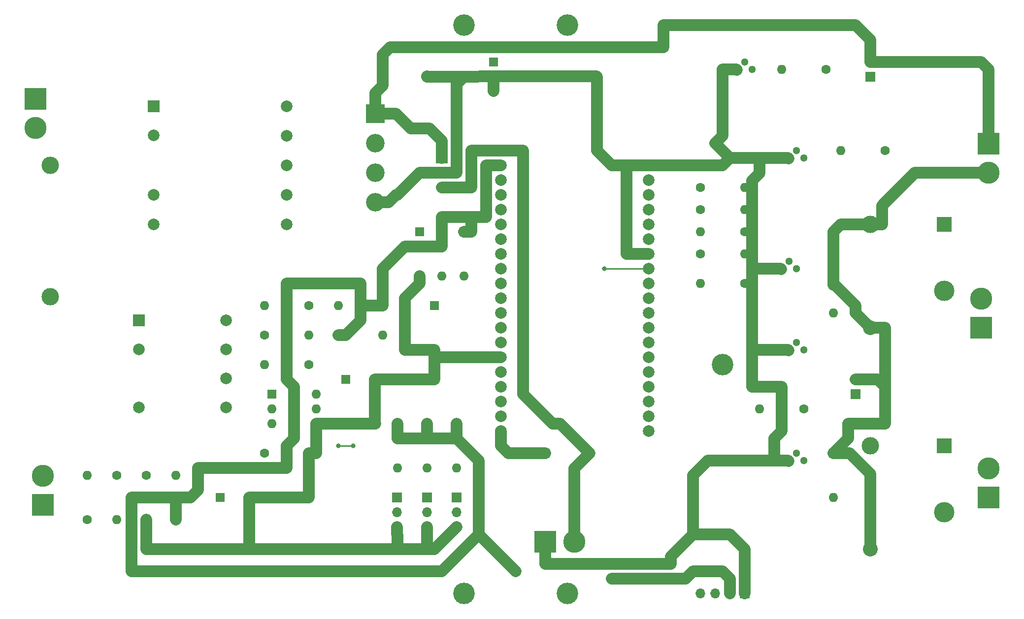
<source format=gbr>
G04 #@! TF.GenerationSoftware,KiCad,Pcbnew,(5.1.5)-3*
G04 #@! TF.CreationDate,2020-12-14T09:35:08+01:00*
G04 #@! TF.ProjectId,implantation finale,696d706c-616e-4746-9174-696f6e206669,rev?*
G04 #@! TF.SameCoordinates,Original*
G04 #@! TF.FileFunction,Copper,L2,Bot*
G04 #@! TF.FilePolarity,Positive*
%FSLAX46Y46*%
G04 Gerber Fmt 4.6, Leading zero omitted, Abs format (unit mm)*
G04 Created by KiCad (PCBNEW (5.1.5)-3) date 2020-12-14 09:35:08*
%MOMM*%
%LPD*%
G04 APERTURE LIST*
%ADD10O,1.700000X1.700000*%
%ADD11R,1.700000X1.700000*%
%ADD12C,2.000000*%
%ADD13C,3.500000*%
%ADD14C,3.000000*%
%ADD15R,2.540000X2.540000*%
%ADD16C,2.540000*%
%ADD17R,1.300000X1.300000*%
%ADD18C,1.300000*%
%ADD19C,3.800000*%
%ADD20R,3.800000X3.800000*%
%ADD21R,2.000000X2.000000*%
%ADD22O,1.600000X1.600000*%
%ADD23R,1.600000X1.600000*%
%ADD24C,1.600000*%
%ADD25C,1.800000*%
%ADD26R,1.800000X1.800000*%
%ADD27O,2.000000X1.905000*%
%ADD28R,2.000000X1.905000*%
%ADD29R,3.200000X3.200000*%
%ADD30C,3.200000*%
%ADD31C,3.700000*%
%ADD32C,0.800000*%
%ADD33C,2.000000*%
%ADD34C,0.250000*%
G04 APERTURE END LIST*
D10*
X151130000Y-151130000D03*
X153670000Y-151130000D03*
X156210000Y-151130000D03*
D11*
X158750000Y-151130000D03*
D12*
X142240000Y-77470000D03*
X142240000Y-80010000D03*
X142240000Y-82550000D03*
X142240000Y-85090000D03*
X142240000Y-87630000D03*
X142240000Y-90170000D03*
X142240000Y-92710000D03*
X142240000Y-95250000D03*
X142240000Y-97790000D03*
X142240000Y-100330000D03*
X142240000Y-102870000D03*
X142240000Y-105410000D03*
X142240000Y-107950000D03*
X142240000Y-110490000D03*
X116840000Y-113030000D03*
X116840000Y-115570000D03*
X116840000Y-118110000D03*
X116840000Y-120650000D03*
X116840000Y-123190000D03*
X142240000Y-123190000D03*
X142240000Y-120650000D03*
X142240000Y-118110000D03*
X142240000Y-115570000D03*
X142240000Y-113030000D03*
X116840000Y-110490000D03*
X116840000Y-107950000D03*
X116840000Y-105410000D03*
X116840000Y-102870000D03*
X116840000Y-100330000D03*
X116840000Y-97790000D03*
X116840000Y-95250000D03*
X116840000Y-92710000D03*
X116840000Y-90170000D03*
X116840000Y-87630000D03*
X116840000Y-85090000D03*
X116840000Y-82550000D03*
X116840000Y-80010000D03*
X116840000Y-77470000D03*
D13*
X193040000Y-137160000D03*
D14*
X180340000Y-125730000D03*
D15*
X193040000Y-125730000D03*
D16*
X180340000Y-143510000D03*
D13*
X193040000Y-99060000D03*
D14*
X180340000Y-87630000D03*
D15*
X193040000Y-87630000D03*
D16*
X180340000Y-105410000D03*
D17*
X166370000Y-76200000D03*
D18*
X168910000Y-76200000D03*
X167640000Y-74930000D03*
D17*
X166370000Y-128270000D03*
D18*
X168910000Y-128270000D03*
X167640000Y-127000000D03*
D17*
X165100000Y-95250000D03*
D18*
X167640000Y-95250000D03*
X166370000Y-93980000D03*
D17*
X166370000Y-109220000D03*
D18*
X168910000Y-109220000D03*
X167640000Y-107950000D03*
D17*
X157480000Y-60960000D03*
D18*
X160020000Y-60960000D03*
X158750000Y-59690000D03*
D19*
X129460000Y-142240000D03*
D20*
X124460000Y-142240000D03*
D12*
X80010000Y-67310000D03*
X80010000Y-72390000D03*
X80010000Y-77470000D03*
X80010000Y-82550000D03*
X80010000Y-87630000D03*
X57150000Y-87630000D03*
X57150000Y-82550000D03*
X57150000Y-72310000D03*
D21*
X57150000Y-67310000D03*
D22*
X132080000Y-127000000D03*
D23*
X124460000Y-127000000D03*
D22*
X175260000Y-74930000D03*
D24*
X182880000Y-74930000D03*
D10*
X104140000Y-139700000D03*
X104140000Y-137160000D03*
D11*
X104140000Y-134620000D03*
D10*
X109220000Y-139700000D03*
X109220000Y-137160000D03*
D11*
X109220000Y-134620000D03*
D10*
X98955001Y-139700000D03*
X98955001Y-137160000D03*
D11*
X98955001Y-134620000D03*
D22*
X104140000Y-129540000D03*
D24*
X104140000Y-121920000D03*
D22*
X109220000Y-129540000D03*
D24*
X109220000Y-121920000D03*
D22*
X99060000Y-129540000D03*
D24*
X99060000Y-121920000D03*
D25*
X177800000Y-114300000D03*
D26*
X177800000Y-116840000D03*
D25*
X180340000Y-59690000D03*
D26*
X180340000Y-62230000D03*
D22*
X151130000Y-97790000D03*
D24*
X158750000Y-97790000D03*
D19*
X200660000Y-129620000D03*
D20*
X200660000Y-134620000D03*
D22*
X173990000Y-134620000D03*
D23*
X173990000Y-127000000D03*
D22*
X151130000Y-88900000D03*
D24*
X158750000Y-88900000D03*
D22*
X158750000Y-85090000D03*
D24*
X151130000Y-85090000D03*
D22*
X161290000Y-119380000D03*
D24*
X168910000Y-119380000D03*
D22*
X158750000Y-92710000D03*
D24*
X151130000Y-92710000D03*
D22*
X165100000Y-60960000D03*
D24*
X172720000Y-60960000D03*
D22*
X158750000Y-81280000D03*
D24*
X151130000Y-81280000D03*
D19*
X199390000Y-100410000D03*
D20*
X199390000Y-105410000D03*
D19*
X200660000Y-78740000D03*
D20*
X200660000Y-73740000D03*
D22*
X173990000Y-102870000D03*
D23*
X173990000Y-95250000D03*
D24*
X104140000Y-62150000D03*
D23*
X104140000Y-57150000D03*
D24*
X73580000Y-134620000D03*
D23*
X68580000Y-134620000D03*
D24*
X95170000Y-114300000D03*
D23*
X90170000Y-114300000D03*
D24*
X115570000Y-64690000D03*
D23*
X115570000Y-59690000D03*
D22*
X50800000Y-138430000D03*
D24*
X50800000Y-130810000D03*
D22*
X102870000Y-96520000D03*
D23*
X102870000Y-88900000D03*
D22*
X105410000Y-109220000D03*
D23*
X105410000Y-101600000D03*
D22*
X110490000Y-96520000D03*
D23*
X110490000Y-88900000D03*
D22*
X106680000Y-96520000D03*
D23*
X106680000Y-88900000D03*
D27*
X106680000Y-81280000D03*
X106680000Y-78740000D03*
D28*
X106680000Y-76200000D03*
D22*
X85090000Y-116840000D03*
X77470000Y-121920000D03*
X85090000Y-119380000D03*
X77470000Y-119380000D03*
X85090000Y-121920000D03*
D23*
X77470000Y-116840000D03*
D12*
X69610000Y-104140000D03*
X69610000Y-109140000D03*
X69610000Y-114140000D03*
X69610000Y-119140000D03*
X54610000Y-119140000D03*
X54610000Y-109140000D03*
D21*
X54610000Y-104140000D03*
D22*
X45720000Y-130810000D03*
D24*
X45720000Y-138430000D03*
D22*
X76200000Y-111760000D03*
D24*
X83820000Y-111760000D03*
D22*
X83820000Y-106680000D03*
D24*
X76200000Y-106680000D03*
D22*
X55880000Y-138430000D03*
D24*
X55880000Y-130810000D03*
D22*
X60960000Y-130810000D03*
D24*
X60960000Y-138430000D03*
D22*
X83820000Y-127000000D03*
D24*
X76200000Y-127000000D03*
D22*
X96520000Y-106680000D03*
D24*
X88900000Y-106680000D03*
D22*
X88900000Y-101600000D03*
D24*
X96520000Y-101600000D03*
D22*
X76200000Y-101600000D03*
D24*
X83820000Y-101600000D03*
D19*
X38100000Y-130890000D03*
D20*
X38100000Y-135890000D03*
D19*
X36830000Y-71040000D03*
D20*
X36830000Y-66040000D03*
D14*
X39370000Y-100070000D03*
X39370000Y-77470000D03*
D29*
X95250000Y-68580000D03*
D30*
X95250000Y-73660000D03*
X95250000Y-78740000D03*
X95250000Y-83820000D03*
D31*
X110490000Y-53340000D03*
X128270000Y-53340000D03*
X110490000Y-151130000D03*
X128270000Y-151130000D03*
D32*
X154940000Y-111760000D03*
X154940000Y-111760000D03*
D31*
X154940000Y-111760000D03*
D32*
X91440000Y-125730000D03*
X88900000Y-125730000D03*
X134620000Y-95250000D03*
X119380000Y-147320000D03*
X135890000Y-148590000D03*
D33*
X55880000Y-138430000D02*
X55880000Y-143510000D01*
X55880000Y-143510000D02*
X73660000Y-143510000D01*
X73580000Y-143430000D02*
X73580000Y-134620000D01*
X73660000Y-143510000D02*
X73580000Y-143430000D01*
X77470000Y-143510000D02*
X73660000Y-143510000D01*
X83820000Y-127000000D02*
X83820000Y-134620000D01*
X83820000Y-134620000D02*
X73580000Y-134620000D01*
X85090000Y-121920000D02*
X85090000Y-127000000D01*
X85090000Y-127000000D02*
X83820000Y-127000000D01*
X85090000Y-121920000D02*
X95250000Y-121920000D01*
X95170000Y-121840000D02*
X95170000Y-114300000D01*
X95250000Y-121920000D02*
X95170000Y-121840000D01*
X95170000Y-114300000D02*
X105410000Y-114300000D01*
X105410000Y-109220000D02*
X100330000Y-109220000D01*
X100330000Y-109220000D02*
X100330000Y-100330000D01*
X102870000Y-97790000D02*
X102870000Y-96520000D01*
X100330000Y-100330000D02*
X102870000Y-97790000D01*
X97512741Y-83820000D02*
X98782741Y-82550000D01*
X95250000Y-83820000D02*
X97512741Y-83820000D01*
X98782741Y-82550000D02*
X99060000Y-82550000D01*
X99060000Y-82550000D02*
X102870000Y-78740000D01*
X102870000Y-78740000D02*
X106680000Y-78740000D01*
X105410000Y-114300000D02*
X105410000Y-110490000D01*
X105410000Y-110490000D02*
X105410000Y-109220000D01*
X116840000Y-110490000D02*
X113030000Y-110490000D01*
X113030000Y-110490000D02*
X105410000Y-110490000D01*
X104140000Y-62150000D02*
X104140000Y-62230000D01*
X115570000Y-62150000D02*
X133270000Y-62150000D01*
X133270000Y-62150000D02*
X133350000Y-62230000D01*
X133350000Y-62230000D02*
X133350000Y-74930000D01*
X133350000Y-74930000D02*
X135890000Y-77470000D01*
X138430000Y-77470000D02*
X138430000Y-92710000D01*
X138430000Y-77470000D02*
X142240000Y-77470000D01*
X135890000Y-77470000D02*
X138430000Y-77470000D01*
X138430000Y-92710000D02*
X142240000Y-92710000D01*
X142240000Y-77470000D02*
X154940000Y-77470000D01*
X154940000Y-77470000D02*
X156210000Y-76200000D01*
X156210000Y-76200000D02*
X161290000Y-76200000D01*
X154940000Y-72390000D02*
X154940000Y-60960000D01*
X156210000Y-76200000D02*
X153670000Y-73660000D01*
X153670000Y-73660000D02*
X154940000Y-72390000D01*
X161290000Y-78800000D02*
X160020000Y-80070000D01*
X161290000Y-76200000D02*
X161290000Y-78800000D01*
X160020000Y-80070000D02*
X160020000Y-95250000D01*
X160020000Y-95250000D02*
X160020000Y-109220000D01*
X163830000Y-124460000D02*
X163830000Y-128270000D01*
X165100000Y-123190000D02*
X163830000Y-124460000D01*
X165100000Y-115570000D02*
X165100000Y-123190000D01*
X160020000Y-109220000D02*
X160020000Y-115570000D01*
X160020000Y-115570000D02*
X165100000Y-115570000D01*
X99060000Y-143510000D02*
X77470000Y-143510000D01*
X104140000Y-139700000D02*
X104140000Y-143510000D01*
X104140000Y-143510000D02*
X99060000Y-143510000D01*
X99060000Y-141007080D02*
X99060000Y-143510000D01*
X98955001Y-140902081D02*
X99060000Y-141007080D01*
X98955001Y-139700000D02*
X98955001Y-140902081D01*
X106680000Y-78740000D02*
X109220000Y-78740000D01*
X109220000Y-63500000D02*
X110490000Y-62230000D01*
X115570000Y-62150000D02*
X110490000Y-62230000D01*
X109220000Y-78740000D02*
X109220000Y-63500000D01*
X110490000Y-62230000D02*
X104140000Y-62230000D01*
X105410000Y-143510000D02*
X109220000Y-139700000D01*
X104140000Y-143510000D02*
X105410000Y-143510000D01*
X115570000Y-64690000D02*
X115570000Y-62150000D01*
X166171998Y-76200000D02*
X166270999Y-76299001D01*
X161290000Y-76200000D02*
X166171998Y-76200000D01*
X157281998Y-60960000D02*
X157380999Y-61059001D01*
X154940000Y-60960000D02*
X157281998Y-60960000D01*
X164901998Y-95250000D02*
X165000999Y-95349001D01*
X160020000Y-95250000D02*
X164901998Y-95250000D01*
X166171998Y-109220000D02*
X166270999Y-109319001D01*
X160020000Y-109220000D02*
X166171998Y-109220000D01*
X166171998Y-128270000D02*
X166270999Y-128369001D01*
X163830000Y-128270000D02*
X166171998Y-128270000D01*
X152400000Y-128270000D02*
X163830000Y-128270000D01*
X124460000Y-146050000D02*
X146050000Y-146050000D01*
X149860000Y-140970000D02*
X149860000Y-130810000D01*
X124460000Y-142240000D02*
X124460000Y-146050000D01*
X149860000Y-130810000D02*
X152400000Y-128270000D01*
X146050000Y-146050000D02*
X146050000Y-144780000D01*
X146050000Y-144780000D02*
X149860000Y-140970000D01*
X158750000Y-151130000D02*
X158750000Y-143510000D01*
X156210000Y-140970000D02*
X149860000Y-140970000D01*
X158750000Y-143510000D02*
X156210000Y-140970000D01*
D34*
X91440000Y-125730000D02*
X88900000Y-125730000D01*
X142240000Y-95250000D02*
X134620000Y-95250000D01*
X134620000Y-95250000D02*
X134620000Y-95250000D01*
D33*
X109220000Y-121920000D02*
X109220000Y-124460000D01*
X109220000Y-124460000D02*
X104140000Y-124460000D01*
X104140000Y-124460000D02*
X104140000Y-121920000D01*
X104140000Y-124460000D02*
X99060000Y-124460000D01*
X99060000Y-124460000D02*
X99060000Y-121920000D01*
X60960000Y-138430000D02*
X60960000Y-134620000D01*
X111760000Y-88900000D02*
X110490000Y-88900000D01*
X111760000Y-86360000D02*
X106680000Y-86360000D01*
X111760000Y-86360000D02*
X111760000Y-88900000D01*
X114300000Y-77470000D02*
X114300000Y-86360000D01*
X106680000Y-86360000D02*
X106680000Y-88900000D01*
X96520000Y-101600000D02*
X92710000Y-101600000D01*
X92710000Y-101600000D02*
X92710000Y-104140000D01*
X90170000Y-106680000D02*
X88900000Y-106680000D01*
X92710000Y-104140000D02*
X90170000Y-106680000D01*
X80010000Y-129540000D02*
X64770000Y-129540000D01*
X64770000Y-129540000D02*
X64770000Y-133350000D01*
X81280000Y-124460000D02*
X80010000Y-125730000D01*
X92710000Y-97790000D02*
X80010000Y-97790000D01*
X63500000Y-134620000D02*
X60960000Y-134620000D01*
X64770000Y-133350000D02*
X63500000Y-134620000D01*
X80010000Y-125730000D02*
X80010000Y-129540000D01*
X92710000Y-101600000D02*
X92710000Y-97790000D01*
X80010000Y-97790000D02*
X80010000Y-114300000D01*
X80010000Y-114300000D02*
X81280000Y-115570000D01*
X81280000Y-115570000D02*
X81280000Y-124460000D01*
X111760000Y-86360000D02*
X114300000Y-86360000D01*
X114300000Y-77470000D02*
X116840000Y-77470000D01*
X106680000Y-88900000D02*
X106680000Y-91440000D01*
X106680000Y-91440000D02*
X100330000Y-91440000D01*
X96520000Y-95250000D02*
X96520000Y-101600000D01*
X100330000Y-91440000D02*
X96520000Y-95250000D01*
X53340000Y-134620000D02*
X60960000Y-134620000D01*
X53340000Y-147320000D02*
X53340000Y-134620000D01*
X113030000Y-140970000D02*
X106680000Y-147320000D01*
X109220000Y-124460000D02*
X113030000Y-128270000D01*
X113030000Y-128270000D02*
X113030000Y-140970000D01*
X106680000Y-147320000D02*
X53340000Y-147320000D01*
X113030000Y-140970000D02*
X119380000Y-147320000D01*
X156210000Y-151130000D02*
X156210000Y-149927919D01*
X156210000Y-149927919D02*
X156210000Y-148590000D01*
X156210000Y-148590000D02*
X154940000Y-147320000D01*
X154940000Y-147320000D02*
X149860000Y-147320000D01*
X149860000Y-147320000D02*
X148590000Y-148590000D01*
X148590000Y-148590000D02*
X135890000Y-148590000D01*
X135890000Y-148590000D02*
X138430000Y-148590000D01*
X135890000Y-148590000D02*
X135890000Y-148590000D01*
X95250000Y-64980000D02*
X96520000Y-63710000D01*
X95250000Y-68580000D02*
X95250000Y-64980000D01*
X96520000Y-63710000D02*
X96520000Y-58420000D01*
X97790000Y-57150000D02*
X104140000Y-57150000D01*
X96520000Y-58420000D02*
X97790000Y-57150000D01*
X180340000Y-55880000D02*
X180340000Y-59690000D01*
X177800000Y-53340000D02*
X180340000Y-55880000D01*
X180340000Y-59690000D02*
X199390000Y-59690000D01*
X200660000Y-60960000D02*
X200660000Y-73740000D01*
X199390000Y-59690000D02*
X200660000Y-60960000D01*
X182340000Y-87630000D02*
X179070000Y-87630000D01*
X179070000Y-87630000D02*
X175260000Y-87630000D01*
X173990000Y-88900000D02*
X173990000Y-95250000D01*
X175260000Y-87630000D02*
X173990000Y-88900000D01*
X173990000Y-95250000D02*
X173990000Y-98050000D01*
X173990000Y-98050000D02*
X174250000Y-98050000D01*
X174250000Y-98050000D02*
X177800000Y-101600000D01*
X177800000Y-114300000D02*
X181610000Y-114300000D01*
X181610000Y-114300000D02*
X182880000Y-115570000D01*
X182880000Y-115570000D02*
X182880000Y-121920000D01*
X175260000Y-125730000D02*
X173990000Y-127000000D01*
X98850000Y-68580000D02*
X101390000Y-71120000D01*
X95250000Y-68580000D02*
X98850000Y-68580000D01*
X106680000Y-73247500D02*
X106680000Y-76200000D01*
X104552500Y-71120000D02*
X106680000Y-73247500D01*
X101390000Y-71120000D02*
X104552500Y-71120000D01*
X104140000Y-57150000D02*
X144780000Y-57150000D01*
X144780000Y-57150000D02*
X144780000Y-53340000D01*
X144780000Y-53340000D02*
X177800000Y-53340000D01*
X182340000Y-87630000D02*
X182340000Y-84360000D01*
X187960000Y-78740000D02*
X200660000Y-78740000D01*
X182340000Y-84360000D02*
X187960000Y-78740000D01*
X177800000Y-102870000D02*
X180340000Y-105410000D01*
X177800000Y-101600000D02*
X177800000Y-102870000D01*
X180340000Y-105410000D02*
X182880000Y-105410000D01*
X182880000Y-105410000D02*
X182880000Y-115570000D01*
X182880000Y-121920000D02*
X176530000Y-121920000D01*
X176530000Y-124460000D02*
X175260000Y-125730000D01*
X176530000Y-121920000D02*
X176530000Y-124460000D01*
X180340000Y-141713949D02*
X180340000Y-143510000D01*
X180340000Y-130550000D02*
X180340000Y-141713949D01*
X176790000Y-127000000D02*
X180340000Y-130550000D01*
X173990000Y-127000000D02*
X176790000Y-127000000D01*
X106680000Y-81280000D02*
X111760000Y-81280000D01*
X111760000Y-81280000D02*
X111760000Y-74930000D01*
X111760000Y-74930000D02*
X120650000Y-74930000D01*
X120650000Y-74930000D02*
X120650000Y-116840000D01*
X120650000Y-116840000D02*
X125730000Y-121920000D01*
X127000000Y-121920000D02*
X132080000Y-127000000D01*
X125730000Y-121920000D02*
X127000000Y-121920000D01*
X129460000Y-129620000D02*
X132080000Y-127000000D01*
X129460000Y-142240000D02*
X129460000Y-129620000D01*
X116840000Y-123190000D02*
X116840000Y-125730000D01*
X116840000Y-125730000D02*
X118110000Y-127000000D01*
X118110000Y-127000000D02*
X124460000Y-127000000D01*
M02*

</source>
